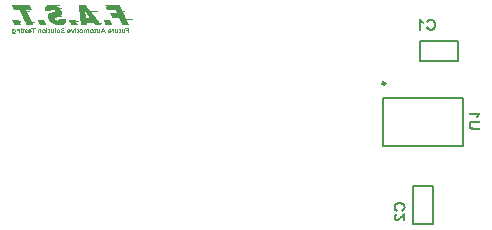
<source format=gbo>
G04*
G04 #@! TF.GenerationSoftware,Altium Limited,Altium Designer,21.3.2 (30)*
G04*
G04 Layer_Color=32896*
%FSTAX25Y25*%
%MOIN*%
G70*
G04*
G04 #@! TF.SameCoordinates,19385EB9-96A7-4604-B433-F295045984F4*
G04*
G04*
G04 #@! TF.FilePolarity,Positive*
G04*
G01*
G75*
%ADD13C,0.00787*%
%ADD16C,0.00984*%
%ADD18C,0.00600*%
G36*
X0169004Y034116D02*
X0170857D01*
Y0341088D01*
X0171017D01*
Y0341017D01*
X016945D01*
Y0340946D01*
X0169236D01*
Y0340857D01*
X0169824D01*
Y0340786D01*
X0169966D01*
Y0340714D01*
X0170126D01*
Y0340643D01*
X0170198D01*
Y0340572D01*
X017034D01*
Y03405D01*
X0170411D01*
Y0340411D01*
X0170572D01*
Y034034D01*
X0170643D01*
Y0340269D01*
X0170714D01*
Y0340198D01*
X0172121D01*
Y0340126D01*
X0172727D01*
Y0340055D01*
X0171534D01*
Y0339966D01*
X0171017D01*
Y0339895D01*
X0171088D01*
Y0339752D01*
X017116D01*
Y0339681D01*
X0171231D01*
Y0339521D01*
X0171302D01*
Y033945D01*
X0171391D01*
Y0339307D01*
X0171462D01*
Y0339165D01*
X0171534D01*
Y0338933D01*
X0171605D01*
Y033863D01*
X0171676D01*
Y0338185D01*
X0171605D01*
Y0337971D01*
X0171534D01*
Y0337829D01*
X0171462D01*
Y033774D01*
X0171391D01*
Y0337668D01*
X0171302D01*
Y0337597D01*
X0171231D01*
Y0337526D01*
X017116D01*
Y0337455D01*
X0171017D01*
Y0337384D01*
X0171605D01*
Y0337294D01*
X0171908D01*
Y0337223D01*
X0170501D01*
Y0337152D01*
X0170198D01*
Y0337081D01*
X0169895D01*
Y033701D01*
X0169681D01*
Y0336938D01*
X016945D01*
Y0336849D01*
X0169307D01*
Y0336778D01*
X0169236D01*
Y0336707D01*
X0169165D01*
Y0336564D01*
X0169236D01*
Y0336404D01*
X0169307D01*
Y0336333D01*
X0169378D01*
Y0336261D01*
X016945D01*
Y033619D01*
X016961D01*
Y0336119D01*
X0169895D01*
Y0336048D01*
X0170411D01*
Y0336119D01*
X0170643D01*
Y033619D01*
X0170714D01*
Y0336333D01*
X0170785D01*
Y0336707D01*
X0172798D01*
Y0336493D01*
X0172869D01*
Y033619D01*
X0172941D01*
Y0335674D01*
X0172869D01*
Y0335371D01*
X0172798D01*
Y0335228D01*
X0172727D01*
Y0335157D01*
X0172638D01*
Y0335068D01*
X0172567D01*
Y0334997D01*
X0172495D01*
Y0334926D01*
X0173243D01*
Y0334854D01*
X0173012D01*
Y0334783D01*
X0172282D01*
Y0334712D01*
X017205D01*
Y0334623D01*
X0171747D01*
Y0334552D01*
X0171302D01*
Y033448D01*
X0170643D01*
Y0334552D01*
X0169966D01*
Y0334623D01*
X0169681D01*
Y0334712D01*
X0169378D01*
Y0334783D01*
X0169165D01*
Y0334854D01*
X0169004D01*
Y0334926D01*
X0168791D01*
Y0334997D01*
X016863D01*
Y0335068D01*
X0168559D01*
Y0335157D01*
X0168417D01*
Y0335228D01*
X0168345D01*
Y03353D01*
X0168185D01*
Y0335371D01*
X0168114D01*
Y0335442D01*
X0168043D01*
Y0335513D01*
X01679D01*
Y0335602D01*
X0167829D01*
Y0335674D01*
X016774D01*
Y0335745D01*
X0167668D01*
Y0335887D01*
X0167597D01*
Y0335959D01*
X0167526D01*
Y0336048D01*
X0167455D01*
Y0336119D01*
X0167384D01*
Y0336261D01*
X0167294D01*
Y0336404D01*
X0167223D01*
Y0336493D01*
X0167152D01*
Y0336635D01*
X0167081D01*
Y0336849D01*
X0167009D01*
Y033701D01*
X0166938D01*
Y0337829D01*
X0167009D01*
Y0337971D01*
X01679D01*
Y0338042D01*
X0167152D01*
Y0338185D01*
X0167294D01*
Y0338274D01*
X0167384D01*
Y0338345D01*
X0167455D01*
Y0338417D01*
X0167597D01*
Y0338488D01*
X0167829D01*
Y0338559D01*
X0167971D01*
Y033863D01*
X0168274D01*
Y0338719D01*
X0168488D01*
Y0338791D01*
X0168719D01*
Y0338862D01*
X0168933D01*
Y0338933D01*
X0169165D01*
Y0339004D01*
X0169236D01*
Y0339076D01*
X0169378D01*
Y0339378D01*
X0169307D01*
Y0339521D01*
X0169165D01*
Y033961D01*
X0169004D01*
Y0339681D01*
X0168274D01*
Y033961D01*
X0168114D01*
Y033945D01*
X0168043D01*
Y0339307D01*
X0168114D01*
Y0339165D01*
X0166119D01*
Y0339307D01*
X0166048D01*
Y0339681D01*
X0165959D01*
Y0340126D01*
X0166048D01*
Y0340411D01*
X0166119D01*
Y0340572D01*
X016619D01*
Y0340714D01*
X0166261D01*
Y0340786D01*
X0166333D01*
Y0340857D01*
X0166404D01*
Y0340946D01*
X0166564D01*
Y0341017D01*
X0166707D01*
Y0341088D01*
X0166849D01*
Y034116D01*
X0167223D01*
Y0341231D01*
X0169004D01*
Y034116D01*
D02*
G37*
G36*
X0165745Y0336119D02*
X0165816D01*
Y0335959D01*
X0165887D01*
Y0335887D01*
X016619D01*
Y0335816D01*
X0166635D01*
Y0335745D01*
X0165959D01*
Y0335674D01*
X0166048D01*
Y0335602D01*
X0167223D01*
Y0335513D01*
X0166938D01*
Y0335442D01*
X0166119D01*
Y03353D01*
X016619D01*
Y0335157D01*
X0166261D01*
Y0334997D01*
X0166333D01*
Y0334854D01*
X0166404D01*
Y0334712D01*
X0166493D01*
Y033448D01*
X0164267D01*
Y0334623D01*
X0164178D01*
Y0334854D01*
X0164106D01*
Y0334997D01*
X0164035D01*
Y0335157D01*
X0163964D01*
Y03353D01*
X0163892D01*
Y0335442D01*
X0163821D01*
Y0335602D01*
X0163732D01*
Y0335816D01*
X0163661D01*
Y0335959D01*
X016359D01*
Y0336119D01*
X0163518D01*
Y0336261D01*
X0165745D01*
Y0336119D01*
D02*
G37*
G36*
X0160918Y0341088D02*
X0160989D01*
Y0340946D01*
X0161061D01*
Y0340786D01*
X016115D01*
Y0340643D01*
X0161221D01*
Y0340411D01*
X0161292D01*
Y0340269D01*
X0161363D01*
Y0340126D01*
X0161434D01*
Y0339966D01*
X0161506D01*
Y0339824D01*
X0161595D01*
Y0339681D01*
X0161666D01*
Y033945D01*
X0159814D01*
Y0339378D01*
X0159885D01*
Y0339236D01*
X0159956D01*
Y0339165D01*
X0160473D01*
Y0339076D01*
X0161061D01*
Y0339004D01*
X0160027D01*
Y0338933D01*
X0160099D01*
Y0338791D01*
X016017D01*
Y0338559D01*
X0160259D01*
Y0338417D01*
X016033D01*
Y0338274D01*
X0160401D01*
Y0338114D01*
X0160473D01*
Y0337971D01*
X0160544D01*
Y03379D01*
X016204D01*
Y0337829D01*
X0161434D01*
Y033774D01*
X0160615D01*
Y0337668D01*
X0160704D01*
Y0337455D01*
X0160775D01*
Y0337294D01*
X0160847D01*
Y0337152D01*
X0160918D01*
Y033701D01*
X0160989D01*
Y0336849D01*
X0161061D01*
Y0336707D01*
X016115D01*
Y0336493D01*
X0161221D01*
Y0336333D01*
X0161292D01*
Y033619D01*
X0161363D01*
Y0336048D01*
X0161434D01*
Y0335959D01*
X0161506D01*
Y0335887D01*
X0163002D01*
Y0335816D01*
X0162699D01*
Y0335745D01*
X0161595D01*
Y0335602D01*
X0162557D01*
Y0335513D01*
X0163518D01*
Y0335442D01*
X0162628D01*
Y0335371D01*
X0161737D01*
Y0335228D01*
X0161809D01*
Y0335068D01*
X016188D01*
Y0334926D01*
X0161951D01*
Y0334783D01*
X016204D01*
Y0334623D01*
X0162111D01*
Y033448D01*
X0159885D01*
Y0334623D01*
X0159814D01*
Y0334783D01*
X0159725D01*
Y0334926D01*
X0159653D01*
Y0335068D01*
X0159582D01*
Y0335228D01*
X0159511D01*
Y0335442D01*
X015944D01*
Y0335602D01*
X0159368D01*
Y0335745D01*
X0159279D01*
Y0335887D01*
X0159208D01*
Y0336048D01*
X0159137D01*
Y033619D01*
X0159066D01*
Y0336404D01*
X0158994D01*
Y0336564D01*
X0158923D01*
Y0336707D01*
X0158834D01*
Y0336849D01*
X0158763D01*
Y033701D01*
X0158692D01*
Y0337152D01*
X015862D01*
Y0337384D01*
X0158549D01*
Y0337526D01*
X0158478D01*
Y0337668D01*
X0158389D01*
Y0337829D01*
X0158317D01*
Y0337971D01*
X0158246D01*
Y0338114D01*
X0158175D01*
Y0338274D01*
X0158104D01*
Y0338488D01*
X0158033D01*
Y033863D01*
X0157943D01*
Y0338791D01*
X0157872D01*
Y0338933D01*
X0157801D01*
Y0339076D01*
X015773D01*
Y0339236D01*
X0157659D01*
Y033945D01*
X0155717D01*
Y0339521D01*
X0155646D01*
Y0339681D01*
X0155575D01*
Y0339824D01*
X0155503D01*
Y0339966D01*
X0155432D01*
Y0340126D01*
X0155361D01*
Y0340269D01*
X0155272D01*
Y0340411D01*
X0155877D01*
Y03405D01*
X0155432D01*
Y0340572D01*
X0155201D01*
Y0340643D01*
X0155129D01*
Y0340786D01*
X0155058D01*
Y0340946D01*
X0154987D01*
Y0341088D01*
X0154916D01*
Y0341231D01*
X0160918D01*
Y0341088D01*
D02*
G37*
G36*
X0157284Y0336048D02*
X0157356D01*
Y0335887D01*
X0157427D01*
Y0335816D01*
X0158175D01*
Y0335745D01*
X0158104D01*
Y0335674D01*
X0158246D01*
Y0335602D01*
X0157872D01*
Y0335513D01*
X0158763D01*
Y0335442D01*
X0157872D01*
Y0335371D01*
X0157659D01*
Y03353D01*
X015773D01*
Y0335068D01*
X0157801D01*
Y0334926D01*
X0157872D01*
Y0334783D01*
X0157943D01*
Y0334623D01*
X0158033D01*
Y033448D01*
X0155806D01*
Y0334623D01*
X0155717D01*
Y0334783D01*
X0155646D01*
Y0334926D01*
X0155575D01*
Y0335068D01*
X0155503D01*
Y0335228D01*
X0155432D01*
Y0335371D01*
X0155361D01*
Y0335602D01*
X0155272D01*
Y0335745D01*
X0155201D01*
Y0335887D01*
X0155129D01*
Y0336048D01*
X0155058D01*
Y033619D01*
X0157284D01*
Y0336048D01*
D02*
G37*
G36*
X0166778Y0333144D02*
X0166493D01*
Y0333518D01*
X0166778D01*
Y0333144D01*
D02*
G37*
G36*
X0158246Y0333162D02*
Y0333144D01*
X0157872D01*
Y0333518D01*
X0158246D01*
Y0333162D01*
D02*
G37*
G36*
X0164783Y0331809D02*
X0164409D01*
Y0332699D01*
X0164338D01*
Y033277D01*
X0164106D01*
Y0332699D01*
X0164035D01*
Y0332663D01*
Y0332646D01*
Y0331809D01*
X0163661D01*
Y0332842D01*
X0163732D01*
Y0333002D01*
X0163892D01*
Y0333073D01*
X0164338D01*
Y0333002D01*
X0164409D01*
Y0333073D01*
X0164783D01*
Y0331809D01*
D02*
G37*
G36*
X0157659D02*
X0157284D01*
Y0332628D01*
X0157213D01*
Y0332699D01*
X0157142D01*
Y033277D01*
X0156982D01*
Y0332699D01*
X015691D01*
Y0332628D01*
X0156839D01*
Y0331844D01*
Y0331826D01*
Y0331809D01*
X0156536D01*
Y0332931D01*
X0156608D01*
Y0333002D01*
X0156697D01*
Y0333073D01*
X0157213D01*
Y0333002D01*
X0157284D01*
Y0333073D01*
X0157659D01*
Y0331809D01*
D02*
G37*
G36*
X015602Y0333002D02*
X0156162D01*
Y0332931D01*
X0156251D01*
Y033277D01*
X0156323D01*
Y0332254D01*
X0156251D01*
Y0332111D01*
X0156162D01*
Y033204D01*
X0156091D01*
Y0331951D01*
X0155503D01*
Y033204D01*
X0155432D01*
Y033188D01*
X0155503D01*
Y0331809D01*
X015602D01*
Y033188D01*
X0156162D01*
Y0331809D01*
X0156251D01*
Y0331595D01*
X0156091D01*
Y0331506D01*
X0155361D01*
Y0331595D01*
X0155201D01*
Y0331666D01*
X0155129D01*
Y0331809D01*
X0155058D01*
Y0333073D01*
X0155432D01*
Y0333002D01*
X0155503D01*
Y0333073D01*
X015602D01*
Y0333002D01*
D02*
G37*
G36*
X0169076Y0332414D02*
Y0332396D01*
Y033204D01*
X0169004D01*
Y0331951D01*
X0168933D01*
Y033188D01*
X0168862D01*
Y0331809D01*
X0168417D01*
Y033188D01*
X0168345D01*
Y0331809D01*
X0167971D01*
Y0333073D01*
X0168345D01*
Y0332183D01*
X0168488D01*
Y0332111D01*
X0168559D01*
Y0332183D01*
X0168719D01*
Y0333073D01*
X0169076D01*
Y0332414D01*
D02*
G37*
G36*
X0161292Y0333002D02*
X0161363D01*
Y0332931D01*
X0161434D01*
Y0332842D01*
X0161506D01*
Y0332699D01*
X0161595D01*
Y0332183D01*
X0161506D01*
Y033204D01*
X0161434D01*
Y0331951D01*
X0161363D01*
Y033188D01*
X0161221D01*
Y0331809D01*
X0160704D01*
Y033188D01*
X0160544D01*
Y0331951D01*
X0160473D01*
Y0332183D01*
X0160544D01*
Y0332254D01*
X0160704D01*
Y0332183D01*
X0160775D01*
Y0332111D01*
X0161061D01*
Y0332183D01*
X016115D01*
Y0332254D01*
X0161221D01*
Y0332325D01*
X0160401D01*
Y0332699D01*
X0160473D01*
Y0332842D01*
X0160544D01*
Y0332931D01*
X0160615D01*
Y0333002D01*
X0160704D01*
Y0333073D01*
X0161292D01*
Y0333002D01*
D02*
G37*
G36*
X0159066Y0333073D02*
X0159208D01*
Y033277D01*
X0159066D01*
Y0331951D01*
X0158994D01*
Y033188D01*
X0158923D01*
Y0331809D01*
X0158478D01*
Y0332183D01*
X015862D01*
Y0332111D01*
X0158692D01*
Y0332183D01*
X0158763D01*
Y033277D01*
X0158389D01*
Y0333073D01*
X0158763D01*
Y0333376D01*
X0159066D01*
Y0333073D01*
D02*
G37*
G36*
X0172282Y0333376D02*
X0172353D01*
Y0333287D01*
X0172424D01*
Y0333216D01*
X0172495D01*
Y0332699D01*
X0172424D01*
Y0332628D01*
X0172353D01*
Y0332557D01*
X0172121D01*
Y0332485D01*
X0171836D01*
Y0332396D01*
X0171676D01*
Y0332183D01*
X0171836D01*
Y0332111D01*
X0171979D01*
Y0332183D01*
X0172193D01*
Y0332254D01*
X0172282D01*
Y0332325D01*
X0172424D01*
Y0332254D01*
X0172495D01*
Y0332183D01*
X0172567D01*
Y033204D01*
X0172495D01*
Y0331951D01*
X0172353D01*
Y033188D01*
X0172193D01*
Y0331809D01*
X0171676D01*
Y033188D01*
X0171534D01*
Y0331951D01*
X0171462D01*
Y033204D01*
X0171391D01*
Y0332183D01*
X0171302D01*
Y0332485D01*
X0171391D01*
Y0332628D01*
X0171462D01*
Y0332699D01*
X0171605D01*
Y033277D01*
X0171908D01*
Y0332842D01*
X0172121D01*
Y0332931D01*
X0172193D01*
Y0333073D01*
X0172121D01*
Y0333144D01*
X0171836D01*
Y0333127D01*
Y0333109D01*
Y0333073D01*
X0171676D01*
Y0333002D01*
X0171462D01*
Y0333144D01*
X0171391D01*
Y0333287D01*
X0171462D01*
Y0333376D01*
X0171605D01*
Y0333447D01*
X0172282D01*
Y0333376D01*
D02*
G37*
G36*
X0170785Y0333002D02*
X0170946D01*
Y0332931D01*
X0171017D01*
Y0332842D01*
X0171088D01*
Y033277D01*
X017116D01*
Y0332183D01*
X0171088D01*
Y033204D01*
X0171017D01*
Y0331951D01*
X0170946D01*
Y033188D01*
X0170785D01*
Y0331809D01*
X0170269D01*
Y033188D01*
X0170126D01*
Y0331951D01*
X0170055D01*
Y033204D01*
X0169966D01*
Y0332183D01*
X0169895D01*
Y033277D01*
X0169966D01*
Y0332842D01*
X0170055D01*
Y0332931D01*
X0170126D01*
Y0333002D01*
X0170269D01*
Y0333073D01*
X0170785D01*
Y0333002D01*
D02*
G37*
G36*
X0169681Y0331809D02*
X0169307D01*
Y03322D01*
Y0332218D01*
Y0333518D01*
X0169681D01*
Y0331809D01*
D02*
G37*
G36*
X0167668Y0333358D02*
Y0333073D01*
X0167829D01*
Y033277D01*
X0167668D01*
Y033204D01*
X0167597D01*
Y033188D01*
X0167526D01*
Y0331809D01*
X0167081D01*
Y033188D01*
X0167009D01*
Y0332183D01*
X0167294D01*
Y033277D01*
X0167009D01*
Y0333073D01*
X0167294D01*
Y0333376D01*
X0167668D01*
Y0333358D01*
D02*
G37*
G36*
X0166778Y0332628D02*
Y033261D01*
Y0331809D01*
X0166493D01*
Y0333073D01*
X0166778D01*
Y0332628D01*
D02*
G37*
G36*
X0165887Y0333002D02*
X0166048D01*
Y0332931D01*
X0166119D01*
Y0332842D01*
X016619D01*
Y0332699D01*
X0166261D01*
Y0332183D01*
X016619D01*
Y033204D01*
X0166119D01*
Y0331951D01*
X0166048D01*
Y033188D01*
X0165887D01*
Y0331809D01*
X0165371D01*
Y033188D01*
X0165228D01*
Y0331951D01*
X0165157D01*
Y033204D01*
X0165068D01*
Y0332111D01*
X0164997D01*
Y0332325D01*
X0164926D01*
Y0332557D01*
X0164997D01*
Y033277D01*
X0165068D01*
Y0332931D01*
X0165228D01*
Y0333002D01*
X01653D01*
Y0333073D01*
X0165887D01*
Y0333002D01*
D02*
G37*
G36*
X0162842Y0333144D02*
X0162325D01*
Y0331809D01*
X016204D01*
Y0333144D01*
X0161506D01*
Y0333447D01*
X0162842D01*
Y0333144D01*
D02*
G37*
G36*
X0160027Y0333002D02*
X016017D01*
Y0332842D01*
X0160259D01*
Y0332557D01*
X016017D01*
Y0332503D01*
Y0332485D01*
Y0332396D01*
X0160027D01*
Y0332325D01*
X0159814D01*
Y0332254D01*
X0159653D01*
Y0332111D01*
X0159956D01*
Y0332183D01*
X0160099D01*
Y0332254D01*
X016017D01*
Y0332183D01*
X0160259D01*
Y0332111D01*
X016033D01*
Y0331951D01*
X016017D01*
Y033188D01*
X0160027D01*
Y0331809D01*
X0159511D01*
Y033188D01*
X015944D01*
Y0331951D01*
X0159368D01*
Y033204D01*
X0159279D01*
Y0332325D01*
X0159368D01*
Y0332485D01*
X015944D01*
Y0332557D01*
X0159653D01*
Y0332628D01*
X0159885D01*
Y033277D01*
X0159582D01*
Y0332699D01*
X015944D01*
Y033277D01*
X0159368D01*
Y0333002D01*
X0159511D01*
Y0333073D01*
X0160027D01*
Y0333002D01*
D02*
G37*
G36*
X0158246Y0331809D02*
X0157872D01*
Y0333073D01*
X0158246D01*
Y0331809D01*
D02*
G37*
G36*
X0190983Y0341017D02*
X0191055D01*
Y0340857D01*
X0191126D01*
Y0340714D01*
X0191197D01*
Y0340572D01*
X0191269D01*
Y0340411D01*
X019134D01*
Y0340269D01*
X0191429D01*
Y0340126D01*
X01915D01*
Y0339895D01*
X0191571D01*
Y0339752D01*
X0191643D01*
Y033961D01*
X0191714D01*
Y033945D01*
X0191785D01*
Y0339307D01*
X0191874D01*
Y0339236D01*
X0193798D01*
Y0339165D01*
X0193424D01*
Y0339076D01*
X0192676D01*
Y0339004D01*
X0191945D01*
Y0338933D01*
X0192017D01*
Y0338791D01*
X0192088D01*
Y033863D01*
X0192159D01*
Y0338488D01*
X019223D01*
Y0338345D01*
X0192319D01*
Y0338185D01*
X0192391D01*
Y0337971D01*
X0192462D01*
Y0337829D01*
X0192533D01*
Y0337668D01*
X0192604D01*
Y0337526D01*
X0192676D01*
Y0337384D01*
X0192765D01*
Y0337223D01*
X0192836D01*
Y033701D01*
X0192907D01*
Y0336849D01*
X0192978D01*
Y0336707D01*
X019305D01*
Y0336564D01*
X0193121D01*
Y0336493D01*
X019476D01*
Y0336404D01*
X0195205D01*
Y0336333D01*
X0193869D01*
Y0336261D01*
X0193281D01*
Y0336048D01*
X0194831D01*
Y0335959D01*
X0196167D01*
Y0335887D01*
X0195721D01*
Y0335816D01*
X019394D01*
Y0335745D01*
X0193495D01*
Y0335602D01*
X0193566D01*
Y0335442D01*
X0193655D01*
Y03353D01*
X0193727D01*
Y0335068D01*
X0193798D01*
Y0334926D01*
X0193869D01*
Y0334783D01*
X019394D01*
Y0334623D01*
X0194011D01*
Y033448D01*
X0191785D01*
Y0334623D01*
X0191714D01*
Y0334783D01*
X0191643D01*
Y0334997D01*
X0191571D01*
Y0335157D01*
X01915D01*
Y03353D01*
X0191429D01*
Y0335442D01*
X019134D01*
Y0335602D01*
X0191269D01*
Y0335745D01*
X0191197D01*
Y0335959D01*
X0191126D01*
Y0336119D01*
X0191055D01*
Y0336261D01*
X0190983D01*
Y0336404D01*
X0190894D01*
Y0336564D01*
X0190823D01*
Y0336707D01*
X0190752D01*
Y0336778D01*
X0190823D01*
Y0336849D01*
X0188383D01*
Y0337081D01*
X0188312D01*
Y0337223D01*
X0188223D01*
Y0337384D01*
X0188152D01*
Y0337526D01*
X018808D01*
Y0337668D01*
X0188009D01*
Y0337829D01*
X0187938D01*
Y0338042D01*
X0187866D01*
Y0338185D01*
X0187777D01*
Y0338345D01*
X0187706D01*
Y0338488D01*
X0189933D01*
Y033863D01*
X0189861D01*
Y0338862D01*
X018979D01*
Y0339004D01*
X0189719D01*
Y0339165D01*
X0189648D01*
Y0339307D01*
X0189559D01*
Y033945D01*
X0189487D01*
Y033961D01*
X0186531D01*
Y0339824D01*
X0186442D01*
Y0339966D01*
X018637D01*
Y0340126D01*
X0186299D01*
Y0340269D01*
X0186228D01*
Y0340411D01*
X0186157D01*
Y0340572D01*
X0186085D01*
Y0340714D01*
X0186816D01*
Y0340786D01*
X0185996D01*
Y0340946D01*
X0185925D01*
Y0341088D01*
X0185854D01*
Y0341231D01*
X0190983D01*
Y0341017D01*
D02*
G37*
G36*
X0187706Y0336119D02*
X0187777D01*
Y0335959D01*
X0187866D01*
Y0335816D01*
X0187938D01*
Y0335674D01*
X0188009D01*
Y0335513D01*
X018808D01*
Y0335371D01*
X0188152D01*
Y03353D01*
X0188526D01*
Y0335228D01*
X0189345D01*
Y0335157D01*
X0188383D01*
Y0335068D01*
X0188223D01*
Y0334997D01*
X0188383D01*
Y0334926D01*
X0189933D01*
Y0334854D01*
X018979D01*
Y0334783D01*
X0188383D01*
Y0334712D01*
X0188454D01*
Y033448D01*
X0186228D01*
Y0334623D01*
X0186157D01*
Y0334854D01*
X0186085D01*
Y0334997D01*
X0185996D01*
Y0335157D01*
X0185925D01*
Y03353D01*
X0185854D01*
Y0335442D01*
X0185783D01*
Y0335674D01*
X0185711D01*
Y0335816D01*
X018564D01*
Y0335959D01*
X0185551D01*
Y0336119D01*
X018548D01*
Y0336261D01*
X0187706D01*
Y0336119D01*
D02*
G37*
G36*
X0180956Y034116D02*
X018051D01*
Y0341088D01*
X0179762D01*
Y0341017D01*
X0179691D01*
Y0340946D01*
X0179762D01*
Y0340786D01*
X0179851D01*
Y0340714D01*
X0179923D01*
Y0340643D01*
X0179994D01*
Y0340572D01*
X0180065D01*
Y0340411D01*
X0180136D01*
Y034034D01*
X0180208D01*
Y0340269D01*
X0180297D01*
Y0340198D01*
X0180368D01*
Y0340055D01*
X0180439D01*
Y0339966D01*
X018051D01*
Y0339895D01*
X0180582D01*
Y0339824D01*
X0180653D01*
Y0339681D01*
X0180742D01*
Y033961D01*
X0180813D01*
Y0339521D01*
X0180885D01*
Y033945D01*
X0180956D01*
Y0339307D01*
X0181027D01*
Y0339236D01*
X0181187D01*
Y0339165D01*
X0182968D01*
Y0339076D01*
X0183556D01*
Y0339004D01*
X0182292D01*
Y0338933D01*
X0180813D01*
Y0338862D01*
X0182594D01*
Y0338791D01*
X0182363D01*
Y0338719D01*
X0181544D01*
Y033863D01*
X0181633D01*
Y0338488D01*
X0181704D01*
Y0338417D01*
X0181775D01*
Y0338345D01*
X0181846D01*
Y0338274D01*
X0181918D01*
Y0338114D01*
X0181989D01*
Y0338042D01*
X0182078D01*
Y0337971D01*
X0182149D01*
Y03379D01*
X018222D01*
Y033774D01*
X0182292D01*
Y0337668D01*
X0182363D01*
Y0337597D01*
X0182434D01*
Y0337526D01*
X0182523D01*
Y0337384D01*
X0182594D01*
Y0337294D01*
X0182666D01*
Y0337223D01*
X0182737D01*
Y0337152D01*
X0182808D01*
Y0337081D01*
X0182879D01*
Y0336938D01*
X0182968D01*
Y0336849D01*
X018304D01*
Y0336778D01*
X0183111D01*
Y0336707D01*
X0183182D01*
Y0336564D01*
X0183253D01*
Y0336493D01*
X0183325D01*
Y0336404D01*
X0183414D01*
Y0336333D01*
X0183485D01*
Y033619D01*
X0183556D01*
Y0336119D01*
X0183627D01*
Y0336048D01*
X0183699D01*
Y0335959D01*
X018377D01*
Y0335816D01*
X0183859D01*
Y0335745D01*
X018393D01*
Y0335674D01*
X0184002D01*
Y0335602D01*
X0184073D01*
Y0335513D01*
X0184144D01*
Y0335371D01*
X0184215D01*
Y03353D01*
X0184304D01*
Y0335228D01*
X0185711D01*
Y0335068D01*
X0184963D01*
Y0334997D01*
X0184518D01*
Y0334926D01*
X0184589D01*
Y0334854D01*
X018466D01*
Y0334783D01*
X018475D01*
Y0334623D01*
X0184821D01*
Y033448D01*
X0182666D01*
Y0334623D01*
X0182594D01*
Y0334712D01*
X0182523D01*
Y0334783D01*
X0182434D01*
Y0334926D01*
X0182363D01*
Y0334997D01*
X0182292D01*
Y0335157D01*
X018222D01*
Y0335228D01*
X0182149D01*
Y03353D01*
X0182078D01*
Y0335371D01*
X0179477D01*
Y03353D01*
X0179923D01*
Y0335228D01*
X0180065D01*
Y0335068D01*
X0180136D01*
Y0334712D01*
X0180208D01*
Y033448D01*
X0177981D01*
Y0335068D01*
X017791D01*
Y0335745D01*
X0177839D01*
Y0336333D01*
X0177768D01*
Y033701D01*
X0177696D01*
Y0337205D01*
Y0337223D01*
Y0337668D01*
X0177625D01*
Y0338274D01*
X0177536D01*
Y0338933D01*
X0177465D01*
Y0339521D01*
X0177393D01*
Y0340198D01*
X0177322D01*
Y0340786D01*
X0177251D01*
Y0341231D01*
X0180956D01*
Y034116D01*
D02*
G37*
G36*
X0176129Y033619D02*
X01762D01*
Y0336048D01*
X0176289D01*
Y0335887D01*
X017636D01*
Y0335745D01*
X017718D01*
Y0335674D01*
X0176432D01*
Y0335602D01*
X0176503D01*
Y0335371D01*
X0176574D01*
Y0335228D01*
X0176645D01*
Y0335068D01*
X0176734D01*
Y0334926D01*
X0176806D01*
Y0334783D01*
X0176877D01*
Y0334623D01*
X0176948D01*
Y033448D01*
X0174722D01*
Y0334552D01*
X0174651D01*
Y0334712D01*
X0174579D01*
Y0334997D01*
X0174508D01*
Y0335068D01*
X0174419D01*
Y0335228D01*
X0174348D01*
Y0335371D01*
X0174276D01*
Y0335513D01*
X0174205D01*
Y0335674D01*
X0174134D01*
Y0335887D01*
X0174063D01*
Y0336048D01*
X0173974D01*
Y0336261D01*
X0176129D01*
Y033619D01*
D02*
G37*
G36*
X0176432Y0333144D02*
X0176058D01*
Y0333518D01*
X0176432D01*
Y0333144D01*
D02*
G37*
G36*
X0189042Y0331862D02*
Y0331844D01*
Y0331809D01*
X0188668D01*
Y0332557D01*
X0188597D01*
Y0332628D01*
X0188526D01*
Y0332699D01*
X0188312D01*
Y0333073D01*
X0188597D01*
Y0333002D01*
X0188668D01*
Y0333073D01*
X0189042D01*
Y0331862D01*
D02*
G37*
G36*
X0180813Y0331809D02*
X0180439D01*
Y0332699D01*
X0180368D01*
Y033277D01*
X0180136D01*
Y0332699D01*
X0180065D01*
Y0332254D01*
Y0332236D01*
Y0331809D01*
X0179691D01*
Y0332699D01*
X017962D01*
Y033277D01*
X0179406D01*
Y0332699D01*
X0179317D01*
Y0331809D01*
X0178961D01*
Y033277D01*
X0179032D01*
Y0332931D01*
X0179103D01*
Y0333002D01*
X0179175D01*
Y0333073D01*
X0179691D01*
Y0333002D01*
X0179762D01*
Y0332931D01*
X0179851D01*
Y0333002D01*
X0179923D01*
Y0333073D01*
X0180368D01*
Y0333002D01*
X0180439D01*
Y0333073D01*
X0180813D01*
Y0331809D01*
D02*
G37*
G36*
X0175915Y0332931D02*
X0175844D01*
Y033277D01*
X0175755D01*
Y0332628D01*
X0175684D01*
Y0332396D01*
X0175612D01*
Y0332254D01*
X0175541D01*
Y033204D01*
X017547D01*
Y033188D01*
X0175399D01*
Y0331809D01*
X0175096D01*
Y0331951D01*
X0175025D01*
Y0332111D01*
X0174953D01*
Y0332325D01*
X0174864D01*
Y0332485D01*
X0174793D01*
Y0332699D01*
X0174722D01*
Y0332842D01*
X0174651D01*
Y0333073D01*
X0175025D01*
Y0332842D01*
X0175096D01*
Y0332628D01*
X0175167D01*
Y0332485D01*
X0175238D01*
Y0332396D01*
X017531D01*
Y0332557D01*
X0175399D01*
Y033277D01*
X017547D01*
Y0333002D01*
X0175541D01*
Y0333073D01*
X0175915D01*
Y0332931D01*
D02*
G37*
G36*
X0192604Y0331951D02*
X0192533D01*
Y033188D01*
X0192391D01*
Y0331809D01*
X0192017D01*
Y033188D01*
X0191874D01*
Y0331809D01*
X0191571D01*
Y0333073D01*
X0191874D01*
Y0332254D01*
X0191945D01*
Y0332183D01*
X0192017D01*
Y0332111D01*
X0192159D01*
Y0332183D01*
X019223D01*
Y0332254D01*
X0192319D01*
Y0333073D01*
X0192604D01*
Y0331951D01*
D02*
G37*
G36*
X0191197Y0333073D02*
X019134D01*
Y0333002D01*
Y0332984D01*
Y033277D01*
X0191197D01*
Y0331951D01*
X0191126D01*
Y033188D01*
X0191055D01*
Y0331809D01*
X0190681D01*
Y033188D01*
X019061D01*
Y0332183D01*
X0190752D01*
Y0332111D01*
X0190823D01*
Y0332183D01*
X0190894D01*
Y033277D01*
X019061D01*
Y0333073D01*
X0190894D01*
Y0333376D01*
X0191197D01*
Y0333073D01*
D02*
G37*
G36*
X0190378Y033204D02*
X0190307D01*
Y033188D01*
X0190164D01*
Y0331809D01*
X0189719D01*
Y033188D01*
X0189648D01*
Y0331809D01*
X0189274D01*
Y0333073D01*
X0189648D01*
Y0332432D01*
Y0332414D01*
Y0332254D01*
X0189719D01*
Y0332183D01*
X018979D01*
Y0332111D01*
X0189933D01*
Y0332183D01*
X0190004D01*
Y0332325D01*
X0190093D01*
Y0333073D01*
X0190378D01*
Y033204D01*
D02*
G37*
G36*
X0187866Y0333002D02*
X0188009D01*
Y0332931D01*
X018808D01*
Y033277D01*
X0188152D01*
Y0332557D01*
X0188223D01*
Y0332325D01*
X0188152D01*
Y0332111D01*
X018808D01*
Y033204D01*
X0188009D01*
Y0331951D01*
X0187938D01*
Y033188D01*
X0187777D01*
Y0331809D01*
X0187332D01*
Y033188D01*
X018719D01*
Y0331951D01*
X0187118D01*
Y033204D01*
X0187047D01*
Y0332111D01*
X0187118D01*
Y0332183D01*
X018719D01*
Y0332254D01*
X0187332D01*
Y0332183D01*
X0187421D01*
Y0332111D01*
X0187706D01*
Y0332183D01*
X0187777D01*
Y0332254D01*
X0187866D01*
Y0332325D01*
X0187047D01*
Y033277D01*
X0187118D01*
Y0332931D01*
X018719D01*
Y0333002D01*
X0187332D01*
Y0333073D01*
X0187866D01*
Y0333002D01*
D02*
G37*
G36*
X0184447Y0331951D02*
X0184376D01*
Y033188D01*
X0184215D01*
Y0331809D01*
X0183859D01*
Y033188D01*
X0183699D01*
Y0331809D01*
X0183414D01*
Y0331826D01*
Y0331844D01*
Y0333073D01*
X0183699D01*
Y0332254D01*
X018377D01*
Y0332183D01*
X0183859D01*
Y0332111D01*
X0184002D01*
Y0332183D01*
X0184073D01*
Y0332254D01*
X0184144D01*
Y0333073D01*
X0184447D01*
Y0331951D01*
D02*
G37*
G36*
X018304Y0333073D02*
X0183182D01*
Y033277D01*
X018304D01*
Y0331951D01*
X0182968D01*
Y033188D01*
X0182879D01*
Y0331809D01*
X0182523D01*
Y033188D01*
X0182434D01*
Y0332183D01*
X0182594D01*
Y0332111D01*
X0182666D01*
Y0332183D01*
X0182737D01*
Y033277D01*
X0182434D01*
Y0333073D01*
X0182737D01*
Y0333376D01*
X018304D01*
Y0333073D01*
D02*
G37*
G36*
X0174205Y0333002D02*
X0174348D01*
Y0332931D01*
X0174419D01*
Y033277D01*
X0174508D01*
Y0332557D01*
X0174579D01*
Y0332325D01*
X0174508D01*
Y0332111D01*
X0174419D01*
Y0331951D01*
X0174276D01*
Y033188D01*
X0174134D01*
Y0331809D01*
X0173689D01*
Y033188D01*
X0173528D01*
Y0331951D01*
X0173457D01*
Y033204D01*
X0173386D01*
Y0332111D01*
X0173457D01*
Y0332183D01*
X0173528D01*
Y0332254D01*
X0173689D01*
Y0332183D01*
X017376D01*
Y0332111D01*
X0174063D01*
Y0332183D01*
X0174134D01*
Y0332254D01*
X0174205D01*
Y0332325D01*
X0173386D01*
Y033277D01*
X0173457D01*
Y0332931D01*
X0173528D01*
Y0333002D01*
X0173689D01*
Y0333073D01*
X0174205D01*
Y0333002D01*
D02*
G37*
G36*
X0194011Y0331809D02*
X0193655D01*
Y0332485D01*
X0192907D01*
Y033277D01*
X0193655D01*
Y0332895D01*
Y0332913D01*
Y0333144D01*
X0192836D01*
Y0333447D01*
X0194011D01*
Y0331809D01*
D02*
G37*
G36*
X018564Y0333287D02*
X0185711D01*
Y0333073D01*
X0185783D01*
Y0332931D01*
X0185854D01*
Y033277D01*
X0185925D01*
Y0332628D01*
X0185996D01*
Y0332414D01*
Y0332396D01*
X0186085D01*
Y0332254D01*
X0186157D01*
Y0332111D01*
X0186228D01*
Y033188D01*
X0186299D01*
Y0331809D01*
X0185925D01*
Y033188D01*
X0185854D01*
Y0332111D01*
X0185783D01*
Y0332183D01*
X0185106D01*
Y0332111D01*
X0185035D01*
Y0331951D01*
X0184963D01*
Y0331809D01*
X0184589D01*
Y0331951D01*
X018466D01*
Y0332183D01*
X018475D01*
Y0332325D01*
X0184821D01*
Y0332485D01*
X0184892D01*
Y0332628D01*
X0184963D01*
Y0332842D01*
X0185035D01*
Y0333002D01*
X0185106D01*
Y0333144D01*
X0185195D01*
Y0333376D01*
X0185266D01*
Y0333447D01*
X018564D01*
Y0333287D01*
D02*
G37*
G36*
X0181918Y0333002D02*
X0182078D01*
Y0332931D01*
X0182149D01*
Y0332842D01*
X018222D01*
Y0332699D01*
X0182292D01*
Y0332183D01*
X018222D01*
Y033204D01*
X0182149D01*
Y0331951D01*
X0181989D01*
Y033188D01*
X0181918D01*
Y0331809D01*
X0181401D01*
Y033188D01*
X0181258D01*
Y0331951D01*
X0181187D01*
Y033204D01*
X0181098D01*
Y0332111D01*
X0181027D01*
Y0332325D01*
X0180956D01*
Y0332557D01*
X0181027D01*
Y033277D01*
X0181098D01*
Y0332931D01*
X0181187D01*
Y0332948D01*
Y0332966D01*
Y0333002D01*
X018133D01*
Y0333073D01*
X0181918D01*
Y0333002D01*
D02*
G37*
G36*
X0178427D02*
X0178587D01*
Y0332931D01*
X0178658D01*
Y033277D01*
X0178729D01*
Y0332628D01*
X0178801D01*
Y0332254D01*
X0178729D01*
Y0332111D01*
X0178658D01*
Y0331951D01*
X0178516D01*
Y033188D01*
X0178355D01*
Y0331809D01*
X017791D01*
Y033188D01*
X0177768D01*
Y0331951D01*
X0177696D01*
Y033204D01*
X0177625D01*
Y0332111D01*
X0177536D01*
Y0332254D01*
X0177465D01*
Y0332628D01*
X0177536D01*
Y0332842D01*
X0177625D01*
Y0332931D01*
X0177696D01*
Y0333002D01*
X0177839D01*
Y0333073D01*
X0178427D01*
Y0333002D01*
D02*
G37*
G36*
X0177251Y0333073D02*
X0177393D01*
Y033277D01*
X0177251D01*
Y0331951D01*
X017718D01*
Y033188D01*
X0177091D01*
Y0331809D01*
X0176645D01*
Y033188D01*
X0176574D01*
Y0332183D01*
X0176877D01*
Y033277D01*
X0176574D01*
Y0333073D01*
X0176877D01*
Y0333376D01*
X0177251D01*
Y0333073D01*
D02*
G37*
G36*
X017636Y0332913D02*
Y0332895D01*
Y0331809D01*
X0176058D01*
Y0333073D01*
X017636D01*
Y0332913D01*
D02*
G37*
G36*
X0284403Y0275561D02*
X0284558Y0275544D01*
X0284708Y0275522D01*
X0284841Y0275489D01*
X0284969Y0275455D01*
X0285091Y0275411D01*
X0285196Y0275366D01*
X0285291Y0275322D01*
X0285379Y0275278D01*
X0285457Y0275233D01*
X0285518Y0275189D01*
X0285574Y0275156D01*
X0285613Y0275122D01*
X0285646Y02751D01*
X0285662Y0275083D01*
X0285668Y0275078D01*
X0285762Y0274984D01*
X028584Y0274884D01*
X0285912Y0274778D01*
X0285968Y0274673D01*
X0286018Y0274567D01*
X0286062Y0274462D01*
X0286095Y0274362D01*
X0286123Y0274268D01*
X0286145Y0274173D01*
X0286162Y027409D01*
X0286173Y0274012D01*
X0286179Y0273951D01*
X0286184Y0273896D01*
X028619Y0273857D01*
Y0273824D01*
X0286184Y0273707D01*
X0286179Y0273602D01*
X0286162Y0273496D01*
X028614Y0273402D01*
X0286118Y0273313D01*
X0286095Y027323D01*
X0286068Y0273152D01*
X0286034Y027308D01*
X0286006Y0273019D01*
X0285979Y0272963D01*
X0285957Y0272913D01*
X0285934Y0272874D01*
X0285912Y0272841D01*
X0285895Y0272819D01*
X028589Y0272808D01*
X0285884Y0272802D01*
X0285823Y027273D01*
X0285757Y0272664D01*
X0285607Y0272541D01*
X0285452Y0272442D01*
X0285302Y0272364D01*
X0285229Y0272331D01*
X0285163Y0272303D01*
X0285102Y0272281D01*
X0285052Y0272258D01*
X0285008Y0272242D01*
X0284974Y0272231D01*
X0284952Y0272225D01*
X0284946D01*
X0284713Y027298D01*
X0284863Y0273024D01*
X0284991Y0273074D01*
X0285096Y0273124D01*
X0285185Y027318D01*
X0285252Y0273224D01*
X0285296Y0273263D01*
X0285324Y0273291D01*
X0285335Y0273302D01*
X0285402Y0273391D01*
X0285446Y027348D01*
X0285479Y0273568D01*
X0285507Y0273646D01*
X0285518Y0273718D01*
X0285524Y0273779D01*
X0285529Y0273801D01*
Y0273829D01*
X0285524Y0273907D01*
X0285518Y0273979D01*
X0285479Y0274112D01*
X0285435Y0274229D01*
X0285374Y0274323D01*
X0285318Y0274401D01*
X0285274Y0274456D01*
X0285252Y0274479D01*
X0285235Y0274495D01*
X0285229Y0274501D01*
X0285224Y0274506D01*
X0285163Y0274551D01*
X0285091Y0274589D01*
X0285013Y0274628D01*
X028493Y0274656D01*
X0284758Y02747D01*
X0284586Y0274734D01*
X0284503Y0274745D01*
X028443Y027475D01*
X0284358Y0274762D01*
X0284297D01*
X0284253Y0274767D01*
X0284214D01*
X0284186D01*
X0284181D01*
X0284053Y0274762D01*
X0283936Y0274756D01*
X0283831Y0274745D01*
X0283731Y0274728D01*
X0283642Y0274706D01*
X0283559Y0274684D01*
X0283487Y0274662D01*
X028342Y0274634D01*
X0283365Y0274612D01*
X0283315Y0274589D01*
X0283276Y0274567D01*
X0283243Y0274545D01*
X0283215Y0274528D01*
X0283198Y0274517D01*
X0283187Y0274506D01*
X0283182D01*
X0283126Y0274456D01*
X0283076Y0274401D01*
X0283037Y0274345D01*
X0283004Y0274284D01*
X0282948Y0274168D01*
X028291Y0274057D01*
X0282887Y0273962D01*
X0282882Y0273918D01*
X0282876Y0273885D01*
X0282871Y0273851D01*
Y0273813D01*
X0282876Y0273702D01*
X0282898Y0273602D01*
X0282926Y0273513D01*
X028296Y0273435D01*
X0282993Y0273374D01*
X0283021Y027333D01*
X0283043Y0273302D01*
X0283048Y0273291D01*
X0283115Y0273219D01*
X0283193Y0273152D01*
X028327Y0273102D01*
X0283348Y0273063D01*
X0283415Y0273036D01*
X0283465Y0273019D01*
X0283487Y0273008D01*
X0283504D01*
X0283509Y0273002D01*
X0283515D01*
X0283331Y0272236D01*
X0283171Y0272292D01*
X0283032Y0272353D01*
X028291Y0272419D01*
X028281Y0272481D01*
X0282732Y0272541D01*
X0282699Y0272564D01*
X0282671Y0272586D01*
X0282654Y0272603D01*
X0282638Y0272619D01*
X0282627Y0272625D01*
Y027263D01*
X0282554Y0272714D01*
X0282488Y0272808D01*
X0282432Y0272897D01*
X0282388Y0272991D01*
X0282344Y0273091D01*
X028231Y0273185D01*
X0282282Y027328D01*
X028226Y0273369D01*
X0282244Y0273452D01*
X0282232Y0273529D01*
X0282221Y0273596D01*
X0282216Y0273657D01*
X028221Y0273707D01*
Y0273774D01*
X0282216Y0273918D01*
X0282232Y0274062D01*
X028226Y027419D01*
X0282294Y0274318D01*
X0282332Y0274429D01*
X0282377Y0274539D01*
X0282427Y0274634D01*
X0282477Y0274723D01*
X0282527Y0274806D01*
X0282577Y0274872D01*
X0282621Y0274934D01*
X028266Y0274984D01*
X0282693Y0275022D01*
X0282721Y027505D01*
X0282738Y0275067D01*
X0282743Y0275072D01*
X0282849Y0275161D01*
X028296Y0275233D01*
X0283076Y02753D01*
X0283198Y0275355D01*
X0283326Y0275405D01*
X0283448Y0275444D01*
X028357Y0275478D01*
X0283687Y0275505D01*
X0283803Y0275527D01*
X0283903Y0275538D01*
X0283997Y027555D01*
X0284075Y0275561D01*
X0284142D01*
X0284192Y0275566D01*
X0284225D01*
X028423D01*
X0284236D01*
X0284403Y0275561D01*
D02*
G37*
G36*
X0286123Y0269234D02*
X028544D01*
Y0270699D01*
X0285368Y0270655D01*
X0285307Y0270605D01*
X0285279Y0270582D01*
X0285257Y0270566D01*
X0285246Y0270555D01*
X0285241Y0270549D01*
X0285218Y0270527D01*
X0285191Y0270505D01*
X028513Y0270438D01*
X0285057Y0270366D01*
X0284985Y0270294D01*
X0284919Y0270222D01*
X0284863Y0270161D01*
X0284841Y0270138D01*
X0284824Y0270122D01*
X0284819Y0270111D01*
X0284813Y0270105D01*
X0284697Y0269983D01*
X0284602Y0269883D01*
X0284514Y02698D01*
X0284447Y0269733D01*
X0284391Y0269683D01*
X0284353Y026965D01*
X0284325Y0269628D01*
X0284319Y0269622D01*
X0284225Y026955D01*
X0284136Y0269489D01*
X0284053Y0269439D01*
X0283981Y02694D01*
X028392Y0269367D01*
X028387Y0269345D01*
X0283842Y0269334D01*
X0283831Y0269328D01*
X0283742Y0269295D01*
X0283653Y0269273D01*
X028357Y0269256D01*
X0283492Y0269245D01*
X0283431Y0269239D01*
X0283381Y0269234D01*
X0283348D01*
X0283337D01*
X0283254Y0269239D01*
X0283171Y026925D01*
X0283093Y0269262D01*
X0283021Y0269284D01*
X0282893Y0269339D01*
X0282782Y0269395D01*
X0282732Y0269428D01*
X0282693Y0269456D01*
X0282654Y0269483D01*
X0282627Y0269511D01*
X0282604Y0269533D01*
X0282582Y0269545D01*
X0282577Y0269556D01*
X0282571Y0269561D01*
X0282516Y0269622D01*
X0282466Y0269694D01*
X0282427Y0269761D01*
X0282394Y0269839D01*
X0282338Y0269983D01*
X0282299Y0270127D01*
X0282288Y0270194D01*
X0282277Y0270255D01*
X0282271Y027031D01*
X0282266Y027036D01*
X028226Y0270399D01*
Y0270455D01*
X0282266Y0270549D01*
X0282271Y0270638D01*
X0282299Y027081D01*
X0282344Y0270954D01*
X0282366Y0271021D01*
X0282394Y0271082D01*
X0282416Y0271137D01*
X0282443Y0271182D01*
X0282466Y0271226D01*
X0282482Y0271259D01*
X0282505Y0271287D01*
X0282516Y0271304D01*
X0282521Y0271315D01*
X0282527Y0271321D01*
X0282582Y0271382D01*
X0282638Y0271437D01*
X0282704Y0271487D01*
X0282776Y0271531D01*
X0282921Y0271598D01*
X028306Y0271654D01*
X0283132Y027167D01*
X0283193Y0271687D01*
X0283248Y0271704D01*
X0283298Y0271709D01*
X0283343Y027172D01*
X028337D01*
X0283393Y0271726D01*
X0283398D01*
X028347Y0270993D01*
X0283359Y0270982D01*
X0283265Y027096D01*
X0283182Y0270938D01*
X028312Y027091D01*
X0283071Y0270888D01*
X0283037Y0270865D01*
X0283015Y0270849D01*
X028301Y0270843D01*
X0282965Y0270788D01*
X0282932Y0270727D01*
X0282904Y0270666D01*
X0282887Y0270605D01*
X0282876Y0270555D01*
X0282871Y027051D01*
Y0270471D01*
X0282876Y0270388D01*
X0282893Y0270316D01*
X0282915Y0270255D01*
X0282937Y0270199D01*
X028296Y0270161D01*
X0282982Y0270127D01*
X0282998Y0270111D01*
X0283004Y0270105D01*
X028306Y0270061D01*
X028312Y0270027D01*
X0283182Y0270005D01*
X0283243Y0269988D01*
X0283298Y0269977D01*
X0283348Y0269972D01*
X0283376D01*
X0283381D01*
X0283387D01*
X028347Y0269977D01*
X0283548Y0269994D01*
X0283626Y0270022D01*
X0283692Y027005D01*
X0283753Y0270077D01*
X0283798Y0270105D01*
X0283825Y0270122D01*
X0283837Y0270127D01*
X028387Y0270149D01*
X0283909Y0270183D01*
X0283959Y0270227D01*
X0284003Y0270272D01*
X0284108Y0270372D01*
X0284214Y0270471D01*
X0284314Y0270571D01*
X0284358Y0270616D01*
X0284391Y027066D01*
X0284425Y0270693D01*
X0284447Y0270716D01*
X0284464Y0270732D01*
X0284469Y0270738D01*
X0284575Y0270849D01*
X0284675Y0270949D01*
X0284769Y0271043D01*
X0284852Y0271126D01*
X0284935Y0271204D01*
X0285013Y0271271D01*
X028508Y0271332D01*
X0285146Y0271382D01*
X0285202Y0271426D01*
X0285252Y0271465D01*
X0285291Y0271498D01*
X0285329Y027152D01*
X0285352Y0271543D01*
X0285374Y0271554D01*
X0285385Y0271565D01*
X028539D01*
X0285518Y0271637D01*
X0285651Y0271692D01*
X0285773Y0271737D01*
X0285884Y027177D01*
X0285984Y0271792D01*
X0286023Y0271798D01*
X0286056Y0271803D01*
X0286084Y0271809D01*
X0286106Y0271814D01*
X0286118D01*
X0286123D01*
Y0269234D01*
D02*
G37*
G36*
X0311168Y0304601D02*
X031104Y0304545D01*
X0310923Y0304473D01*
X0310812Y0304395D01*
X0310723Y0304317D01*
X0310651Y0304251D01*
X0310596Y030419D01*
X0310574Y0304168D01*
X0310557Y0304151D01*
X0310551Y030414D01*
X0310546Y0304134D01*
X0310457Y0304012D01*
X0310379Y0303896D01*
X0310318Y030379D01*
X0310274Y0303696D01*
X0310241Y0303618D01*
X0310213Y0303563D01*
X0310207Y030354D01*
X0310202Y0303524D01*
X0310196Y0303518D01*
Y0303513D01*
X030953D01*
X0309608Y0303713D01*
X0309691Y030389D01*
X0309736Y0303973D01*
X0309786Y0304051D01*
X030983Y0304123D01*
X0309874Y030419D01*
X0309919Y0304251D01*
X0309958Y0304306D01*
X0309991Y0304351D01*
X0310024Y030439D01*
X0310052Y0304423D01*
X0310069Y0304445D01*
X031008Y0304456D01*
X0310085Y0304462D01*
X0307305D01*
Y03052D01*
X0311168D01*
Y0304601D01*
D02*
G37*
G36*
X0311145Y0301887D02*
X0309014D01*
X0308931D01*
X0308853D01*
X0308781Y0301881D01*
X0308714D01*
X0308659Y0301875D01*
X0308603D01*
X0308553Y030187D01*
X0308509D01*
X0308442Y0301859D01*
X0308393Y0301853D01*
X0308365Y0301848D01*
X0308354D01*
X0308281Y0301831D01*
X030822Y0301803D01*
X0308165Y030177D01*
X0308115Y0301737D01*
X0308076Y0301704D01*
X0308048Y0301676D01*
X0308032Y0301654D01*
X0308026Y0301648D01*
X0307982Y0301581D01*
X0307948Y0301498D01*
X0307926Y030142D01*
X030791Y0301337D01*
X0307898Y0301265D01*
X0307893Y0301209D01*
Y0301154D01*
X0307898Y0301038D01*
X0307915Y0300938D01*
X0307937Y0300849D01*
X0307965Y0300771D01*
X0307987Y0300716D01*
X030801Y0300671D01*
X0308026Y0300649D01*
X0308032Y0300638D01*
X0308087Y0300577D01*
X0308154Y0300527D01*
X0308215Y0300483D01*
X0308276Y0300455D01*
X0308331Y0300432D01*
X0308376Y0300416D01*
X0308404Y0300405D01*
X0308415D01*
X0308448Y0300399D01*
X0308481Y0300394D01*
X0308526D01*
X0308576Y0300388D01*
X0308681Y0300383D01*
X0308792D01*
X0308892Y0300377D01*
X0308936D01*
X0308981D01*
X0309014D01*
X0309036D01*
X0309053D01*
X0309058D01*
X0311145D01*
Y02996D01*
X0309092D01*
X0308975D01*
X0308864Y0299606D01*
X0308759D01*
X0308664Y0299611D01*
X0308576Y0299617D01*
X0308498Y0299622D01*
X0308426Y0299628D01*
X0308359Y0299639D01*
X0308304Y0299644D01*
X0308254Y029965D01*
X0308209Y0299656D01*
X0308176Y0299661D01*
X0308148Y0299667D01*
X0308132D01*
X030812Y0299672D01*
X0308115D01*
X0308032Y02997D01*
X0307954Y0299728D01*
X0307882Y0299766D01*
X0307821Y02998D01*
X0307765Y0299833D01*
X0307721Y0299861D01*
X0307699Y0299883D01*
X0307688Y0299889D01*
X0307615Y0299955D01*
X0307549Y0300027D01*
X0307493Y0300105D01*
X0307443Y0300177D01*
X0307405Y0300238D01*
X0307377Y0300294D01*
X030736Y0300327D01*
X0307355Y0300333D01*
Y0300338D01*
X0307332Y0300394D01*
X0307316Y0300455D01*
X0307282Y0300593D01*
X030726Y0300732D01*
X0307249Y0300865D01*
X0307244Y0300926D01*
X0307238Y0300988D01*
Y0301038D01*
X0307232Y0301087D01*
Y0301176D01*
X0307238Y0301337D01*
X0307249Y0301482D01*
X0307271Y0301609D01*
X0307294Y0301715D01*
X0307299Y0301759D01*
X030731Y0301803D01*
X0307321Y0301837D01*
X0307332Y0301864D01*
X0307338Y0301887D01*
X0307344Y0301903D01*
X0307349Y0301909D01*
Y0301914D01*
X0307394Y0302014D01*
X0307449Y0302103D01*
X0307499Y0302181D01*
X0307549Y0302247D01*
X0307593Y0302297D01*
X0307627Y0302336D01*
X0307649Y0302358D01*
X030766Y0302364D01*
X0307738Y0302425D01*
X0307821Y0302475D01*
X0307898Y0302514D01*
X0307976Y0302547D01*
X0308043Y0302569D01*
X0308098Y0302586D01*
X0308115Y0302591D01*
X0308132D01*
X0308137Y0302597D01*
X0308143D01*
X0308204Y0302608D01*
X030827Y0302619D01*
X0308343Y030263D01*
X0308415Y0302636D01*
X0308581Y0302647D01*
X0308742Y0302658D01*
X0308814D01*
X0308886D01*
X0308953Y0302664D01*
X0309009D01*
X0309053D01*
X0309092D01*
X0309114D01*
X030912D01*
X0311145D01*
Y0301887D01*
D02*
G37*
G36*
X0291291Y0336412D02*
X0291363Y0336296D01*
X0291441Y0336185D01*
X0291519Y0336096D01*
X0291585Y0336024D01*
X0291646Y0335968D01*
X0291669Y0335946D01*
X0291685Y0335929D01*
X0291696Y0335924D01*
X0291702Y0335918D01*
X0291824Y0335829D01*
X029194Y0335752D01*
X0292046Y0335691D01*
X029214Y0335646D01*
X0292218Y0335613D01*
X0292273Y0335585D01*
X0292296Y033558D01*
X0292312Y0335574D01*
X0292318Y0335568D01*
X0292323D01*
Y0334903D01*
X0292124Y033498D01*
X0291946Y0335063D01*
X0291863Y0335108D01*
X0291785Y0335158D01*
X0291713Y0335202D01*
X0291646Y0335247D01*
X0291585Y0335291D01*
X029153Y033533D01*
X0291485Y0335363D01*
X0291446Y0335396D01*
X0291413Y0335424D01*
X0291391Y0335441D01*
X029138Y0335452D01*
X0291374Y0335457D01*
Y0332677D01*
X0290636D01*
Y033654D01*
X0291236D01*
X0291291Y0336412D01*
D02*
G37*
G36*
X0294715Y0336584D02*
X029486Y0336567D01*
X0294987Y033654D01*
X0295115Y0336506D01*
X0295226Y0336468D01*
X0295337Y0336423D01*
X0295431Y0336373D01*
X029552Y0336323D01*
X0295603Y0336273D01*
X029567Y0336223D01*
X0295731Y0336179D01*
X0295781Y033614D01*
X029582Y0336107D01*
X0295848Y0336079D01*
X0295864Y0336062D01*
X029587Y0336057D01*
X0295959Y0335951D01*
X0296031Y033584D01*
X0296097Y0335724D01*
X0296153Y0335602D01*
X0296203Y0335474D01*
X0296242Y0335352D01*
X0296275Y033523D01*
X0296303Y0335113D01*
X0296325Y0334997D01*
X0296336Y0334897D01*
X0296347Y0334803D01*
X0296358Y0334725D01*
Y0334658D01*
X0296364Y0334608D01*
Y0334575D01*
Y033457D01*
Y0334564D01*
X0296358Y0334397D01*
X0296342Y0334242D01*
X0296319Y0334092D01*
X0296286Y0333959D01*
X0296253Y0333831D01*
X0296208Y0333709D01*
X0296164Y0333604D01*
X029612Y0333509D01*
X0296075Y0333421D01*
X0296031Y0333343D01*
X0295986Y0333282D01*
X0295953Y0333226D01*
X029592Y0333188D01*
X0295898Y0333154D01*
X0295881Y0333138D01*
X0295875Y0333132D01*
X0295781Y0333038D01*
X0295681Y033296D01*
X0295576Y0332888D01*
X029547Y0332832D01*
X0295365Y0332782D01*
X0295259Y0332738D01*
X029516Y0332705D01*
X0295065Y0332677D01*
X0294971Y0332655D01*
X0294887Y0332638D01*
X029481Y0332627D01*
X0294749Y0332621D01*
X0294693Y0332616D01*
X0294654Y033261D01*
X0294621D01*
X0294505Y0332616D01*
X0294399Y0332621D01*
X0294294Y0332638D01*
X0294199Y033266D01*
X029411Y0332682D01*
X0294027Y0332705D01*
X029395Y0332732D01*
X0293877Y0332766D01*
X0293816Y0332793D01*
X0293761Y0332821D01*
X0293711Y0332843D01*
X0293672Y0332866D01*
X0293639Y0332888D01*
X0293617Y0332905D01*
X0293605Y033291D01*
X02936Y0332916D01*
X0293528Y0332977D01*
X0293461Y0333043D01*
X0293339Y0333193D01*
X0293239Y0333348D01*
X0293162Y0333498D01*
X0293128Y0333571D01*
X02931Y0333637D01*
X0293078Y0333698D01*
X0293056Y0333748D01*
X0293039Y0333792D01*
X0293028Y0333826D01*
X0293023Y0333848D01*
Y0333854D01*
X0293777Y0334087D01*
X0293822Y0333937D01*
X0293872Y0333809D01*
X0293922Y0333704D01*
X0293977Y0333615D01*
X0294022Y0333548D01*
X0294061Y0333504D01*
X0294088Y0333476D01*
X0294099Y0333465D01*
X0294188Y0333398D01*
X0294277Y0333354D01*
X0294366Y0333321D01*
X0294443Y0333293D01*
X0294516Y0333282D01*
X0294577Y0333276D01*
X0294599Y0333271D01*
X0294627D01*
X0294704Y0333276D01*
X0294777Y0333282D01*
X029491Y0333321D01*
X0295026Y0333365D01*
X0295121Y0333426D01*
X0295198Y0333482D01*
X0295254Y0333526D01*
X0295276Y0333548D01*
X0295293Y0333565D01*
X0295298Y0333571D01*
X0295304Y0333576D01*
X0295348Y0333637D01*
X0295387Y0333709D01*
X0295426Y0333787D01*
X0295454Y033387D01*
X0295498Y0334042D01*
X0295531Y0334214D01*
X0295542Y0334297D01*
X0295548Y033437D01*
X0295559Y0334442D01*
Y0334503D01*
X0295565Y0334547D01*
Y0334586D01*
Y0334614D01*
Y0334619D01*
X0295559Y0334747D01*
X0295553Y0334864D01*
X0295542Y0334969D01*
X0295526Y0335069D01*
X0295503Y0335158D01*
X0295481Y0335241D01*
X0295459Y0335313D01*
X0295431Y033538D01*
X0295409Y0335435D01*
X0295387Y0335485D01*
X0295365Y0335524D01*
X0295343Y0335557D01*
X0295326Y0335585D01*
X0295315Y0335602D01*
X0295304Y0335613D01*
Y0335618D01*
X0295254Y0335674D01*
X0295198Y0335724D01*
X0295143Y0335763D01*
X0295082Y0335796D01*
X0294965Y0335852D01*
X0294854Y033589D01*
X029476Y0335913D01*
X0294715Y0335918D01*
X0294682Y0335924D01*
X0294649Y0335929D01*
X029461D01*
X0294499Y0335924D01*
X0294399Y0335901D01*
X029431Y0335874D01*
X0294233Y033584D01*
X0294172Y0335807D01*
X0294127Y0335779D01*
X0294099Y0335757D01*
X0294088Y0335752D01*
X0294016Y0335685D01*
X029395Y0335607D01*
X02939Y033553D01*
X0293861Y0335452D01*
X0293833Y0335385D01*
X0293816Y0335335D01*
X0293805Y0335313D01*
Y0335297D01*
X02938Y0335291D01*
Y0335285D01*
X0293034Y0335469D01*
X0293089Y033563D01*
X029315Y0335768D01*
X0293217Y033589D01*
X0293278Y033599D01*
X0293339Y0336068D01*
X0293361Y0336101D01*
X0293383Y0336129D01*
X02934Y0336146D01*
X0293417Y0336162D01*
X0293422Y0336173D01*
X0293428D01*
X0293511Y0336246D01*
X0293605Y0336312D01*
X0293694Y0336368D01*
X0293789Y0336412D01*
X0293888Y0336456D01*
X0293983Y033649D01*
X0294077Y0336518D01*
X0294166Y033654D01*
X0294249Y0336556D01*
X0294327Y0336567D01*
X0294394Y0336579D01*
X0294455Y0336584D01*
X0294505Y033659D01*
X0294571D01*
X0294715Y0336584D01*
D02*
G37*
%LPC*%
G36*
X0155877Y033277D02*
X0155575D01*
Y0332699D01*
X0155432D01*
Y0332325D01*
X0155503D01*
Y0332254D01*
X0155877D01*
Y0332325D01*
X0155949D01*
Y0332485D01*
X015602D01*
Y0332539D01*
Y0332557D01*
X0155949D01*
Y0332699D01*
X0155877D01*
Y033277D01*
D02*
G37*
G36*
X016115D02*
X0160847D01*
Y0332699D01*
X0160775D01*
Y0332557D01*
X0161221D01*
Y0332699D01*
X016115D01*
Y033277D01*
D02*
G37*
G36*
X0170643D02*
X0170411D01*
Y0332735D01*
Y0332717D01*
Y0332699D01*
X017034D01*
Y0332628D01*
X0170269D01*
Y0332557D01*
X0170198D01*
Y0332396D01*
X0170269D01*
Y0332254D01*
X017034D01*
Y0332183D01*
X0170411D01*
Y0332111D01*
X0170643D01*
Y0332183D01*
X0170714D01*
Y0332254D01*
X0170785D01*
Y0332396D01*
X0170857D01*
Y0332557D01*
X0170785D01*
Y0332699D01*
X0170643D01*
Y033277D01*
D02*
G37*
G36*
X0165745D02*
X0165442D01*
Y0332699D01*
X0165371D01*
Y0332557D01*
X01653D01*
Y0332325D01*
X0165371D01*
Y0332183D01*
X0165513D01*
Y0332111D01*
X0165745D01*
Y0332183D01*
X0165816D01*
Y0332254D01*
X0165887D01*
Y0332628D01*
X0165816D01*
Y0332699D01*
X0165745D01*
Y033277D01*
D02*
G37*
G36*
X0179477Y0338933D02*
X0179406D01*
Y033863D01*
X0179477D01*
Y0338381D01*
Y0338363D01*
Y0338274D01*
X0179549D01*
Y0337829D01*
X017962D01*
Y0337455D01*
X0179691D01*
Y033701D01*
X0179762D01*
Y0336938D01*
X0179549D01*
Y0336849D01*
X0180956D01*
Y0336938D01*
X0180885D01*
Y033701D01*
X0180813D01*
Y0337081D01*
X0180742D01*
Y0337223D01*
X0180653D01*
Y0337294D01*
X0180582D01*
Y0337384D01*
X018051D01*
Y0337526D01*
X0180439D01*
Y0337597D01*
X0180368D01*
Y033774D01*
X0180297D01*
Y0337829D01*
X0180208D01*
Y03379D01*
X0180136D01*
Y0338042D01*
X0180065D01*
Y0338114D01*
X0179994D01*
Y0338185D01*
X0179923D01*
Y0338345D01*
X0179851D01*
Y0338417D01*
X0179762D01*
Y0338488D01*
X0179691D01*
Y033863D01*
X017962D01*
Y0338719D01*
X0179549D01*
Y0338791D01*
X0179477D01*
Y0338933D01*
D02*
G37*
G36*
X0187706Y033277D02*
X0187493D01*
Y0332699D01*
X0187421D01*
Y0332628D01*
X0187332D01*
Y0332557D01*
X0187866D01*
Y0332628D01*
X0187777D01*
Y0332699D01*
X0187706D01*
Y033277D01*
D02*
G37*
G36*
X0174063D02*
X0173831D01*
Y0332699D01*
X017376D01*
Y0332628D01*
X0173689D01*
Y0332557D01*
X0174205D01*
Y0332628D01*
X0174134D01*
Y0332646D01*
Y0332663D01*
Y0332699D01*
X0174063D01*
Y033277D01*
D02*
G37*
G36*
X018548Y0332931D02*
X0185409D01*
Y0332842D01*
X0185337D01*
Y0332628D01*
X0185266D01*
Y0332557D01*
X018564D01*
Y0332628D01*
X0185551D01*
Y033277D01*
X018548D01*
Y0332824D01*
Y0332842D01*
Y0332931D01*
D02*
G37*
G36*
X0181775Y033277D02*
X0181472D01*
Y0332699D01*
X0181401D01*
Y0332557D01*
X018133D01*
Y0332325D01*
X0181401D01*
Y0332183D01*
X0181544D01*
Y0332111D01*
X0181704D01*
Y0332183D01*
X0181846D01*
Y0332254D01*
X0181918D01*
Y0332628D01*
X0181846D01*
Y0332699D01*
X0181775D01*
Y033277D01*
D02*
G37*
G36*
X0178284D02*
X0177981D01*
Y0332699D01*
X017791D01*
Y0332628D01*
X0177839D01*
Y0332254D01*
X017791D01*
Y0332183D01*
X017807D01*
Y0332111D01*
X0178213D01*
Y0332183D01*
X0178355D01*
Y0332254D01*
X0178427D01*
Y0332628D01*
X0178355D01*
Y0332699D01*
X0178284D01*
Y033277D01*
D02*
G37*
%LPD*%
D13*
X0305207Y0294122D02*
Y0310264D01*
X0278829Y0294122D02*
Y0310264D01*
Y0294122D02*
X0305207D01*
X0278829Y0310264D02*
X0305207D01*
D16*
X0279419Y0315087D02*
G03*
X0279419Y0315087I-0000492J0D01*
G01*
D18*
X0295318Y0268947D02*
Y0280946D01*
X0288718D02*
X0295318D01*
X0288718Y0268347D02*
Y0280946D01*
Y0268347D02*
X0295318D01*
Y0268947D01*
X0291033Y0322487D02*
X0291633D01*
X0291033D02*
Y0329087D01*
X0303633D01*
Y0322487D02*
Y0329087D01*
X0291633Y0322487D02*
X0303633D01*
M02*

</source>
